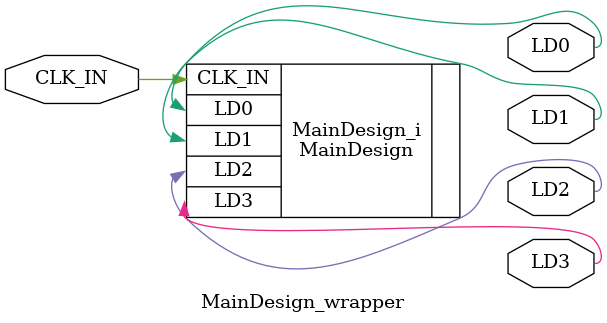
<source format=v>
`timescale 1 ps / 1 ps

module MainDesign_wrapper
   (CLK_IN,
    LD0,
    LD1,
    LD2,
    LD3);
  input CLK_IN;
  output LD0;
  output LD1;
  output LD2;
  output LD3;

  wire CLK_IN;
  wire LD0;
  wire LD1;
  wire LD2;
  wire LD3;

  MainDesign MainDesign_i
       (.CLK_IN(CLK_IN),
        .LD0(LD0),
        .LD1(LD1),
        .LD2(LD2),
        .LD3(LD3));
endmodule

</source>
